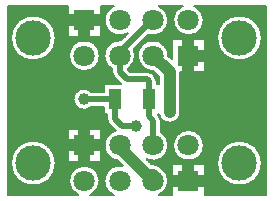
<source format=gbl>
G04 Layer_Physical_Order=2*
G04 Layer_Color=16711680*
%FSLAX24Y24*%
%MOIN*%
G70*
G01*
G75*
%ADD10C,0.0079*%
%ADD11C,0.0197*%
%ADD12C,0.0394*%
%ADD13C,0.0709*%
%ADD14C,0.1181*%
%ADD15R,0.0709X0.0709*%
%ADD16C,0.0394*%
%ADD17R,0.0413X0.0689*%
D10*
X29947Y28425D02*
G03*
X29947Y28425I-748J0D01*
G01*
D02*
G03*
X29947Y28425I-748J0D01*
G01*
X31097Y27362D02*
G03*
X31412Y27835I-197J472D01*
G01*
D02*
G03*
X30703Y27362I-512J0D01*
G01*
X32187Y28335D02*
G03*
X31884Y27362I-106J-501D01*
G01*
X31941Y29508D02*
G03*
X32014Y28508I140J-492D01*
G01*
X31654Y29902D02*
G03*
X31728Y29721I256J0D01*
G01*
X31654Y29902D02*
G03*
X31729Y29720I256J0D01*
G01*
X29947Y32598D02*
G03*
X29947Y32598I-748J0D01*
G01*
D02*
G03*
X29947Y32598I-748J0D01*
G01*
X31131Y30807D02*
G03*
X31131Y30295I-245J-256D01*
G01*
X31825Y31462D02*
G03*
X31900Y31281I256J0D01*
G01*
X31825Y31462D02*
G03*
X31900Y31281I256J0D01*
G01*
X31412Y32008D02*
G03*
X31412Y32008I-512J0D01*
G01*
X32117Y32518D02*
G03*
X31825Y31565I-36J-511D01*
G01*
X32339Y31566D02*
G03*
X32593Y32008I-258J442D01*
G01*
X31884Y33661D02*
G03*
X32356Y32757I197J-472D01*
G01*
X33386Y27362D02*
G03*
X33701Y27835I-197J472D01*
G01*
X33442Y28280D02*
G03*
X33189Y28386I-253J-248D01*
G01*
X33701Y27835D02*
G03*
X33442Y28280I-512J0D01*
G01*
X32973Y28552D02*
G03*
X33701Y29016I216J464D01*
G01*
D02*
G03*
X33445Y29459I-512J0D01*
G01*
Y29843D02*
G03*
X33370Y30023I-256J0D01*
G01*
X33445Y29843D02*
G03*
X33370Y30024I-256J0D01*
G01*
X33393Y30049D02*
G03*
X34094Y30118I348J69D01*
G01*
X33393Y30049D02*
G03*
X34094Y30118I348J69D01*
G01*
X34882Y29016D02*
G03*
X34882Y29016I-512J0D01*
G01*
X36819Y28425D02*
G03*
X36819Y28425I-748J0D01*
G01*
D02*
G03*
X36819Y28425I-748J0D01*
G01*
X33173Y31401D02*
G03*
X32992Y31476I-181J-181D01*
G01*
X33173Y31401D02*
G03*
X32992Y31476I-181J-181D01*
G01*
X33701Y32008D02*
G03*
X33200Y31496I-512J0D01*
G01*
X32593Y32008D02*
G03*
X32546Y32223I-512J0D01*
G01*
X33307Y31161D02*
G03*
X33232Y31342I-256J0D01*
G01*
X33307Y31161D02*
G03*
X33232Y31343I-256J0D01*
G01*
X33026Y32704D02*
G03*
X33701Y33189I163J485D01*
G01*
D02*
G03*
X33386Y33661I-512J0D01*
G01*
X34173D02*
G03*
X34882Y33189I197J-472D01*
G01*
X36819Y32598D02*
G03*
X36819Y32598I-748J0D01*
G01*
D02*
G03*
X36819Y32598I-748J0D01*
G01*
X34882Y33189D02*
G03*
X34567Y33661I-512J0D01*
G01*
X28701Y27362D02*
Y27867D01*
X28819Y27362D02*
Y27781D01*
X28760Y27362D02*
Y27820D01*
X28524Y27362D02*
Y28104D01*
X28465Y27362D02*
Y28285D01*
X28642Y27362D02*
Y27926D01*
X28583Y27362D02*
Y28002D01*
X28346Y27638D02*
X30428D01*
X28346Y27697D02*
X29029D01*
X28346Y27520D02*
X30497D01*
X28346Y27579D02*
X30457D01*
X28878Y27362D02*
Y27750D01*
X28346Y27756D02*
X28865D01*
X28996Y27362D02*
Y27705D01*
X28937Y27362D02*
Y27725D01*
X28346Y28346D02*
X28455D01*
X28346Y28405D02*
X28451D01*
X28346Y28228D02*
X28478D01*
X28346Y28287D02*
X28464D01*
X28346Y28583D02*
X28468D01*
X28346Y28642D02*
X28483D01*
X28346Y28465D02*
X28452D01*
X28346Y28524D02*
X28458D01*
X28346Y27933D02*
X28636D01*
X28346Y27992D02*
X28589D01*
X28346Y27815D02*
X28767D01*
X28346Y27874D02*
X28694D01*
X28346Y28169D02*
X28496D01*
X28346Y28701D02*
X28504D01*
X28346Y28051D02*
X28551D01*
X28346Y28110D02*
X28521D01*
X29114Y27362D02*
Y27682D01*
X29055Y27362D02*
Y27691D01*
X29350Y27362D02*
Y27693D01*
X29232Y27362D02*
Y27678D01*
X29468Y27362D02*
Y27727D01*
X29409Y27362D02*
Y27707D01*
X29587Y27362D02*
Y27785D01*
X29527Y27362D02*
Y27753D01*
X29705Y27362D02*
Y27874D01*
X29646Y27362D02*
Y27825D01*
X30472Y27362D02*
Y27553D01*
X30413Y27362D02*
Y27676D01*
X29823Y27362D02*
Y28012D01*
X29764Y27362D02*
Y27934D01*
X30354Y27362D02*
Y28465D01*
X29882Y27362D02*
Y28119D01*
X29291Y27362D02*
Y27683D01*
X29173Y27362D02*
Y27678D01*
X29632Y27815D02*
X30389D01*
X29705Y27874D02*
X30390D01*
X29930Y28583D02*
X30349D01*
X29915Y28642D02*
X30349D01*
X29941Y27362D02*
Y28328D01*
X29941Y28524D02*
X30349D01*
X29369Y27697D02*
X30407D01*
X29533Y27756D02*
X30394D01*
X29763Y27933D02*
X30398D01*
X29809Y27992D02*
X30413D01*
X29847Y28051D02*
X30436D01*
X29878Y28110D02*
X30469D01*
X30413Y27993D02*
Y28465D01*
X30472Y28116D02*
Y28465D01*
X28346Y28760D02*
X28530D01*
X28346Y28819D02*
X28563D01*
X28583Y28849D02*
Y32175D01*
X28405Y27362D02*
Y33661D01*
X28346Y27362D02*
Y33661D01*
X28465Y28566D02*
Y32458D01*
X28524Y28746D02*
Y32277D01*
X28346Y28878D02*
X28604D01*
X28346Y28937D02*
X28654D01*
X28346Y28996D02*
X28716D01*
X28642Y28924D02*
Y32100D01*
X28701Y28983D02*
Y32041D01*
X28760Y29031D02*
Y31993D01*
X28346Y29055D02*
X28796D01*
X28346Y29114D02*
X28908D01*
X29055Y29159D02*
Y31864D01*
X29114Y29168D02*
Y31855D01*
X28819Y29069D02*
Y31954D01*
X28878Y29101D02*
Y31923D01*
X28937Y29126D02*
Y31898D01*
X28996Y29145D02*
Y31879D01*
X28346Y29291D02*
X30349D01*
X28346Y29350D02*
X30349D01*
X28346Y29173D02*
X29190D01*
X28346Y29232D02*
X30349D01*
X28346Y29409D02*
X30349D01*
X28346Y29468D02*
X30349D01*
X29173Y29173D02*
Y31851D01*
X28346Y29527D02*
X30349D01*
X29823Y28838D02*
Y32185D01*
X29764Y28916D02*
Y32108D01*
X29941Y28523D02*
Y32501D01*
X29882Y28731D02*
Y32293D01*
X30059Y27362D02*
Y33661D01*
X30000Y27362D02*
Y33661D01*
X30177Y27362D02*
Y33661D01*
X30118Y27362D02*
Y33661D01*
X29835Y28819D02*
X30349D01*
X29795Y28878D02*
X30349D01*
X29895Y28701D02*
X30349D01*
X29868Y28760D02*
X30349D01*
X30236Y27362D02*
Y33661D01*
X29745Y28937D02*
X30349D01*
X30295Y27362D02*
Y33661D01*
X30349Y28465D02*
Y29567D01*
X29291Y29168D02*
Y31856D01*
X29232Y29172D02*
Y31851D01*
X29409Y29143D02*
Y31881D01*
X29350Y29158D02*
Y31866D01*
X29527Y29097D02*
Y31926D01*
X29468Y29123D02*
Y31901D01*
X29646Y29025D02*
Y31998D01*
X29587Y29065D02*
Y31958D01*
X29491Y29114D02*
X30349D01*
X29209Y29173D02*
X30349D01*
X29683Y28996D02*
X30349D01*
X29603Y29055D02*
X30349D01*
X29705Y28977D02*
Y32047D01*
X30354Y29567D02*
Y32638D01*
X30472Y29567D02*
Y31727D01*
X30413Y29567D02*
Y31849D01*
X28346Y27461D02*
X30551D01*
X30590Y27362D02*
Y27427D01*
X30531Y27362D02*
Y27480D01*
X29902Y28169D02*
X30513D01*
X29921Y28228D02*
X30573D01*
X30531Y28190D02*
Y28465D01*
X30590Y28242D02*
Y28465D01*
X28346Y27362D02*
X30703D01*
X28346Y27402D02*
X30627D01*
X31097Y27362D02*
X31884D01*
X31173Y27402D02*
X31808D01*
X31181Y27362D02*
Y27407D01*
Y28262D02*
Y28465D01*
X29934Y28287D02*
X30661D01*
X29943Y28346D02*
X30892D01*
X30650Y28281D02*
Y28465D01*
X30709Y28309D02*
Y28465D01*
X30768Y28329D02*
Y28465D01*
X30827Y28341D02*
Y28465D01*
X30945Y28344D02*
Y28465D01*
X30886Y28346D02*
Y28465D01*
X29947Y28405D02*
X32117D01*
X29946Y28465D02*
X32058D01*
X31139Y28287D02*
X31842D01*
X30908Y28346D02*
X32073D01*
X31004Y28336D02*
Y28465D01*
X30349D02*
X31451D01*
X31122Y28296D02*
Y28465D01*
X31063Y28320D02*
Y28465D01*
X31299Y27362D02*
Y27514D01*
X31240Y27362D02*
Y27452D01*
X31594Y27362D02*
Y27676D01*
X31358Y27362D02*
Y27607D01*
X31393Y27697D02*
X31588D01*
X31406Y27756D02*
X31575D01*
X31417Y27362D02*
Y28465D01*
X31411Y27815D02*
X31570D01*
X31249Y27461D02*
X31732D01*
X31303Y27520D02*
X31678D01*
X31772Y27362D02*
Y27427D01*
X31713Y27362D02*
Y27480D01*
X31343Y27579D02*
X31638D01*
X31372Y27638D02*
X31609D01*
X31653Y27362D02*
Y27553D01*
X31387Y27992D02*
X31594D01*
X31364Y28051D02*
X31617D01*
X31410Y27874D02*
X31571D01*
X31402Y27933D02*
X31579D01*
X31299Y28155D02*
Y28465D01*
X31240Y28217D02*
Y28465D01*
X31358Y28063D02*
Y28465D01*
X31331Y28110D02*
X31650D01*
X31287Y28169D02*
X31694D01*
X31227Y28228D02*
X31754D01*
X32126Y28344D02*
Y28397D01*
X32089Y28346D02*
X32176D01*
X31949Y28329D02*
Y28521D01*
X32008Y28341D02*
Y28509D01*
X32014Y28508D02*
X32187Y28335D01*
X32067Y28346D02*
Y28456D01*
X30768Y29567D02*
Y30217D01*
X30590Y29567D02*
Y30355D01*
X30531Y29567D02*
Y30550D01*
X30709Y29567D02*
Y30244D01*
X30650Y29567D02*
Y30287D01*
X31451Y29173D02*
X31594D01*
X31451Y29055D02*
X31571D01*
X31451Y29114D02*
X31579D01*
X30349Y29567D02*
X31451D01*
Y29232D02*
X31617D01*
X31451Y29291D02*
X31650D01*
X30886Y29567D02*
Y30197D01*
X30827Y29567D02*
Y30202D01*
X31004Y29567D02*
Y30217D01*
X30945Y29567D02*
Y30202D01*
X31122Y29567D02*
Y30287D01*
X31063Y29567D02*
Y30244D01*
X31240Y29567D02*
Y30295D01*
X31181Y29567D02*
Y30295D01*
X28346Y29705D02*
X31744D01*
X28346Y29764D02*
X31694D01*
X28346Y29587D02*
X31863D01*
X28346Y29646D02*
X31804D01*
X31299Y29567D02*
Y30295D01*
X28346Y29823D02*
X31666D01*
X31417Y29567D02*
Y30295D01*
X31358Y29567D02*
Y30295D01*
X31451Y28701D02*
X31678D01*
X31451Y28760D02*
X31638D01*
X31653Y28116D02*
Y28735D01*
X31451Y28819D02*
X31609D01*
X31476Y27362D02*
Y30295D01*
X31451Y28465D02*
Y29567D01*
X31535Y27362D02*
Y30295D01*
X31594Y27993D02*
Y28857D01*
X31451Y28524D02*
X31941D01*
X31451Y28583D02*
X31808D01*
X31831Y28281D02*
Y28569D01*
X31890Y28309D02*
Y28541D01*
X31451Y28642D02*
X31732D01*
X31713Y28190D02*
Y28661D01*
X31772Y28242D02*
Y28608D01*
X31451Y28996D02*
X31570D01*
X31451Y29350D02*
X31694D01*
X31451Y28878D02*
X31588D01*
X31451Y28937D02*
X31575D01*
X31594Y29174D02*
Y30049D01*
X31653Y29297D02*
Y30049D01*
X31713Y29371D02*
Y29738D01*
X31451Y29409D02*
X31754D01*
X31451Y29468D02*
X31842D01*
X31890Y29490D02*
Y29559D01*
X31451Y29527D02*
X31922D01*
X31729Y29720D02*
X31941Y29508D01*
X31772Y29423D02*
Y29678D01*
X31831Y29462D02*
Y29618D01*
X28346Y30531D02*
X30532D01*
X28346Y30413D02*
X30559D01*
X28346Y30472D02*
X30540D01*
X28346Y30709D02*
X30568D01*
X28346Y31653D02*
X30531D01*
X28346Y30590D02*
X30534D01*
X28346Y30650D02*
X30545D01*
X28346Y30354D02*
X30591D01*
X28346Y30768D02*
X30605D01*
X28346Y30236D02*
X30724D01*
X28346Y30295D02*
X30641D01*
X28346Y31535D02*
X30703D01*
X28346Y31594D02*
X30598D01*
X28346Y30827D02*
X30663D01*
X28346Y30886D02*
X30769D01*
X28346Y32303D02*
X28512D01*
X28346Y32362D02*
X28489D01*
X28346Y32185D02*
X28576D01*
X28346Y32244D02*
X28540D01*
X28346Y32539D02*
X28454D01*
X28346Y32598D02*
X28451D01*
X28346Y32421D02*
X28472D01*
X28346Y32480D02*
X28461D01*
X28346Y31831D02*
X30420D01*
X28346Y31890D02*
X28960D01*
X28346Y31713D02*
X30482D01*
X28346Y31772D02*
X30446D01*
X28346Y32067D02*
X28673D01*
X28346Y32126D02*
X28619D01*
X28346Y31949D02*
X28828D01*
X28346Y32008D02*
X28740D01*
X29439Y31890D02*
X30402D01*
X29570Y31949D02*
X30392D01*
X30531Y30552D02*
Y31653D01*
X30590Y30747D02*
Y31600D01*
X29658Y32008D02*
X30388D01*
X29726Y32067D02*
X30392D01*
X29779Y32126D02*
X30402D01*
X30413Y32166D02*
Y32638D01*
X30827Y30901D02*
Y31501D01*
X30886Y30906D02*
Y31496D01*
X31004Y30885D02*
Y31507D01*
X30945Y30901D02*
Y31498D01*
X30650Y30815D02*
Y31562D01*
X30709Y30858D02*
Y31533D01*
X31063Y30858D02*
Y31523D01*
X30768Y30885D02*
Y31513D01*
X29823Y32185D02*
X30420D01*
X29858Y32244D02*
X30446D01*
X29886Y32303D02*
X30482D01*
X29909Y32362D02*
X30531D01*
X30531Y32363D02*
Y32638D01*
X29926Y32421D02*
X30598D01*
X30590Y32415D02*
Y32638D01*
X30650Y32454D02*
Y32638D01*
X29938Y32480D02*
X30703D01*
X30709Y32483D02*
Y32638D01*
X30768Y32502D02*
Y32638D01*
X30827Y32514D02*
Y32638D01*
X30945Y32518D02*
Y32638D01*
X30886Y32519D02*
Y32638D01*
X31063Y32493D02*
Y32638D01*
X31004Y32509D02*
Y32638D01*
X28346Y32776D02*
X28472D01*
X28346Y32657D02*
X28454D01*
X28346Y32716D02*
X28461D01*
X28346Y32835D02*
X28489D01*
X28346Y32894D02*
X28512D01*
X28465Y32739D02*
Y33661D01*
X28524Y32919D02*
Y33661D01*
X28346Y33071D02*
X28619D01*
X28346Y33130D02*
X28673D01*
X28346Y32953D02*
X28540D01*
X28346Y33012D02*
X28576D01*
X28583Y33022D02*
Y33661D01*
X28642Y33097D02*
Y33661D01*
X28346Y33189D02*
X28740D01*
X28346Y33248D02*
X28828D01*
X28760Y33204D02*
Y33661D01*
X28346Y33307D02*
X28960D01*
X28701Y33156D02*
Y33661D01*
X28819Y33243D02*
Y33661D01*
X28878Y33274D02*
Y33661D01*
X28937Y33299D02*
Y33661D01*
X28346Y33484D02*
X30349D01*
X28346Y33543D02*
X30349D01*
X28346Y33366D02*
X30349D01*
X28346Y33425D02*
X30349D01*
X28346Y33602D02*
X30349D01*
X28346Y33661D02*
X30349D01*
X28996Y33318D02*
Y33661D01*
X28346D02*
X30349D01*
X29926Y32776D02*
X30349D01*
X29823Y33012D02*
Y33661D01*
X29945Y32657D02*
X30349D01*
X29938Y32716D02*
X30349D01*
X29882Y32904D02*
Y33661D01*
X29764Y33089D02*
Y33661D01*
X30349Y32638D02*
Y33661D01*
X29941Y32696D02*
Y33661D01*
X29887Y32894D02*
X30349D01*
X29858Y32953D02*
X30349D01*
X30472Y32289D02*
Y32638D01*
X29909Y32835D02*
X30349D01*
X29823Y33012D02*
X30349D01*
X29779Y33071D02*
X30349D01*
X29350Y33331D02*
Y33661D01*
X29291Y33341D02*
Y33661D01*
X29468Y33296D02*
Y33661D01*
X29409Y33316D02*
Y33661D01*
X29055Y33332D02*
Y33661D01*
X29114Y33342D02*
Y33661D01*
X29232Y33346D02*
Y33661D01*
X29173Y33346D02*
Y33661D01*
X29570Y33248D02*
X30349D01*
X29439Y33307D02*
X30349D01*
X29726Y33130D02*
X30349D01*
X29658Y33189D02*
X30349D01*
X29587Y33238D02*
Y33661D01*
X29527Y33271D02*
Y33661D01*
X29705Y33150D02*
Y33661D01*
X29646Y33199D02*
Y33661D01*
X28346Y30059D02*
X31545D01*
X28346Y30177D02*
X31545D01*
X31181Y30807D02*
Y31580D01*
X31122Y30815D02*
Y31547D01*
X31299Y30807D02*
Y31688D01*
X31240Y30807D02*
Y31625D01*
X28346Y30000D02*
X31654D01*
X28346Y30118D02*
X31545D01*
X28346Y29882D02*
X31654D01*
X28346Y29941D02*
X31654D01*
X31048Y30236D02*
X31545D01*
X31131Y30295D02*
X31545D01*
X31131Y30295D02*
X31545D01*
X31131Y30807D02*
X31545D01*
X28346Y30945D02*
X31545D01*
X28346Y31004D02*
X31545D01*
X31109Y30827D02*
X31545D01*
X31002Y30886D02*
X31545D01*
X31097Y31535D02*
X31825D01*
X31202Y31594D02*
X31779D01*
X31269Y31653D02*
X31712D01*
X31318Y31713D02*
X31663D01*
X28346Y31181D02*
X32000D01*
X28346Y31240D02*
X31941D01*
X28346Y31063D02*
X32118D01*
X28346Y31122D02*
X32059D01*
X28346Y31417D02*
X31829D01*
X28346Y31476D02*
X31825D01*
X28346Y31299D02*
X31884D01*
X28346Y31358D02*
X31847D01*
X31545Y30049D02*
Y30295D01*
Y30807D02*
Y31053D01*
X31654Y29902D02*
Y30049D01*
X31545D02*
X31654D01*
X31358Y30807D02*
Y31780D01*
X31594Y31053D02*
Y31849D01*
X31713Y31053D02*
Y31653D01*
X31653Y31053D02*
Y31727D01*
X31949Y31053D02*
Y31233D01*
X31545Y31053D02*
X32128D01*
X32067D02*
Y31115D01*
X32008Y31053D02*
Y31174D01*
X31831Y31053D02*
Y31410D01*
X31772Y31053D02*
Y31600D01*
X31900Y31281D02*
X32128Y31053D01*
X31890D02*
Y31292D01*
X31825Y31462D02*
Y31565D01*
X32362Y31543D02*
Y31580D01*
X31354Y31772D02*
X31627D01*
X31380Y31831D02*
X31601D01*
X32421Y31484D02*
Y31625D01*
X31398Y31890D02*
X31583D01*
X32339Y31566D02*
X32429Y31476D01*
X32370Y31535D02*
X32992D01*
X32429Y31476D02*
X32992D01*
X32383Y31594D02*
X32887D01*
X32480Y31476D02*
Y31688D01*
X32450Y31653D02*
X32820D01*
X32499Y31713D02*
X32771D01*
X32535Y31772D02*
X32735D01*
X31181Y32436D02*
Y32638D01*
X31412Y32008D02*
X31569D01*
X31240Y32390D02*
Y32638D01*
X31299Y32328D02*
Y32638D01*
X31122Y32469D02*
Y32638D01*
X31417Y30807D02*
Y32638D01*
X31358Y32236D02*
Y32638D01*
X31398Y32126D02*
X31583D01*
X31380Y32185D02*
X31601D01*
X31408Y31949D02*
X31573D01*
X31408Y32067D02*
X31573D01*
X31269Y32362D02*
X31712D01*
X31202Y32421D02*
X31779D01*
X31354Y32244D02*
X31627D01*
X31318Y32303D02*
X31663D01*
X30349Y32638D02*
X31451D01*
Y32894D02*
X31663D01*
X31451Y33307D02*
X31583D01*
X31451Y33484D02*
X31663D01*
X31451Y33543D02*
X31712D01*
X31451Y33366D02*
X31601D01*
X31451Y33425D02*
X31627D01*
X29945Y32539D02*
X32138D01*
X29947Y32598D02*
X32197D01*
X31097Y32480D02*
X31884D01*
X31451Y32657D02*
X32256D01*
X31451Y32835D02*
X31712D01*
X31451Y33661D02*
X31884D01*
X31451Y32716D02*
X31884D01*
X31451Y32776D02*
X31779D01*
X31713Y32363D02*
Y32834D01*
X31772Y32415D02*
Y32781D01*
X31831Y32454D02*
Y32743D01*
X31890Y32483D02*
Y32714D01*
X31535Y30807D02*
Y33661D01*
X31476Y30807D02*
Y33661D01*
X31594Y32166D02*
Y33031D01*
X31653Y32289D02*
Y32908D01*
X32067Y32519D02*
Y32677D01*
X32126Y32527D02*
Y32679D01*
X31949Y32502D02*
Y32695D01*
X32008Y32514D02*
Y32682D01*
X32117Y32518D02*
X32356Y32757D01*
X32185Y32586D02*
Y32688D01*
X31451Y33071D02*
X31583D01*
X31451Y33130D02*
X31573D01*
X31451Y32953D02*
X31627D01*
X31451Y33012D02*
X31601D01*
X31451Y33189D02*
X31569D01*
X31451Y33248D02*
X31573D01*
X31451Y32638D02*
Y33661D01*
X31594Y33347D02*
Y33661D01*
X31451Y33602D02*
X31779D01*
X31451Y33661D02*
X31884D01*
X32244Y32645D02*
Y32704D01*
X32278Y32716D02*
X32315D01*
X31653Y33470D02*
Y33661D01*
X31713Y33544D02*
Y33661D01*
X31772Y33597D02*
Y33661D01*
X33543Y27362D02*
Y27465D01*
X33484Y27362D02*
Y27417D01*
X33425Y28296D02*
Y28562D01*
X33543Y28204D02*
Y28646D01*
X33484Y28253D02*
Y28598D01*
X33386Y27362D02*
X33819D01*
X33462Y27402D02*
X33819D01*
X33538Y27461D02*
X33819D01*
X33592Y27520D02*
X33819D01*
X33434Y28287D02*
X33819D01*
X33576Y28169D02*
X33819D01*
X33516Y28228D02*
X33819D01*
X33139Y28386D02*
X33189D01*
X33130Y28395D02*
Y28507D01*
X33248Y28381D02*
Y28507D01*
X33189Y28386D02*
Y28504D01*
X32973Y28552D02*
X33139Y28386D01*
X33001Y28524D02*
X33049D01*
X33307Y28366D02*
Y28518D01*
X33071Y28454D02*
Y28518D01*
X33119Y28405D02*
X35323D01*
X33060Y28465D02*
X35324D01*
X33351Y28346D02*
X33819D01*
X33329Y28524D02*
X34230D01*
X33366Y28338D02*
Y28536D01*
X33462Y28583D02*
X34097D01*
X33538Y28642D02*
X34021D01*
X33592Y28701D02*
X33967D01*
X33602Y27362D02*
Y27533D01*
X33632Y27579D02*
X33819D01*
X33661Y27362D02*
Y27638D01*
X33661Y27638D02*
X33819D01*
X33682Y27697D02*
X33819D01*
X33676Y27992D02*
X33819D01*
Y27362D02*
Y28386D01*
X33691Y27933D02*
X33819D01*
X33695Y27756D02*
X33819D01*
X33699Y27874D02*
X33819D01*
X33700Y27815D02*
X33819D01*
X33653Y28051D02*
X33819D01*
X34921Y27362D02*
Y28386D01*
X33620Y28110D02*
X33819D01*
X34252Y28386D02*
Y28518D01*
X34370Y28386D02*
Y28504D01*
X34311Y28386D02*
Y28507D01*
X34075Y28386D02*
Y28598D01*
X34016Y28386D02*
Y28646D01*
X34193Y28386D02*
Y28536D01*
X34134Y28386D02*
Y28562D01*
X34429Y28386D02*
Y28507D01*
X33819Y28386D02*
X34921D01*
X34547D02*
Y28536D01*
X34488Y28386D02*
Y28518D01*
X34665Y28386D02*
Y28598D01*
X34606Y28386D02*
Y28562D01*
X34783Y28386D02*
Y28714D01*
X34724Y28386D02*
Y28646D01*
X33602Y28137D02*
Y28714D01*
X33661Y28032D02*
Y28819D01*
X33700Y28996D02*
X33859D01*
X33699Y29055D02*
X33860D01*
X33661Y29213D02*
Y29773D01*
X33632Y28760D02*
X33927D01*
X33661Y28819D02*
X33898D01*
X33682Y28878D02*
X33877D01*
X33695Y28937D02*
X33864D01*
X33653Y29232D02*
X33906D01*
X33620Y29291D02*
X33939D01*
X33691Y29114D02*
X33868D01*
X33676Y29173D02*
X33883D01*
X33445Y29459D02*
Y29843D01*
X33442Y29882D02*
X33476D01*
X33543Y29385D02*
Y29824D01*
X33484Y29434D02*
Y29873D01*
X33344Y30049D02*
X33370Y30024D01*
X33344Y30049D02*
X33393D01*
X33445Y29468D02*
X34131D01*
X33445Y29527D02*
X34362D01*
X33576Y29350D02*
X33983D01*
X33516Y29409D02*
X34043D01*
X33602Y29318D02*
Y29792D01*
X33445Y29823D02*
X33544D01*
X33898Y28386D02*
Y28819D01*
X34842Y28386D02*
Y28819D01*
X33957Y28386D02*
Y28714D01*
X33779Y27362D02*
Y29766D01*
X33720Y27362D02*
Y29764D01*
X33839Y28386D02*
Y29778D01*
X33898Y29212D02*
Y29801D01*
X34961Y27362D02*
Y33661D01*
X34902Y28386D02*
Y31457D01*
X35079Y27362D02*
Y33661D01*
X35020Y27362D02*
Y33661D01*
X35197Y27362D02*
Y33661D01*
X35138Y27362D02*
Y33661D01*
X35315Y27362D02*
Y33661D01*
X35256Y27362D02*
Y33661D01*
X33957Y29317D02*
Y29838D01*
X34016Y29385D02*
Y29895D01*
X34075Y29434D02*
Y30001D01*
X34134Y29470D02*
Y31457D01*
X34193Y29496D02*
Y31457D01*
X34252Y29514D02*
Y31457D01*
X34311Y29524D02*
Y31457D01*
X34370Y29528D02*
Y31457D01*
X34724Y29385D02*
Y31457D01*
X34665Y29434D02*
Y31457D01*
X34842Y29213D02*
Y31457D01*
X34783Y29318D02*
Y31457D01*
X34488Y29514D02*
Y31457D01*
X34429Y29524D02*
Y31457D01*
X34606Y29470D02*
Y31457D01*
X34547Y29496D02*
Y31457D01*
X35610Y27362D02*
Y27836D01*
X35728Y27362D02*
Y27760D01*
X35669Y27362D02*
Y27794D01*
X35433Y27362D02*
Y28034D01*
X35374Y27362D02*
Y28153D01*
X35551Y27362D02*
Y27887D01*
X35492Y27362D02*
Y27951D01*
X34921Y27461D02*
X36969D01*
X34921Y27520D02*
X36969D01*
X34921Y27362D02*
X36969D01*
X34921Y27402D02*
X36969D01*
X35787Y27362D02*
Y27733D01*
X34921Y27579D02*
X36969D01*
X35905Y27362D02*
Y27696D01*
X35846Y27362D02*
Y27712D01*
X34921Y28228D02*
X35349D01*
X34921Y28287D02*
X35336D01*
X34921Y28110D02*
X35392D01*
X34921Y28169D02*
X35368D01*
X34510Y28524D02*
X35329D01*
X34643Y28583D02*
X35340D01*
X34921Y28346D02*
X35327D01*
X34719Y28642D02*
X35355D01*
X34921Y27756D02*
X35737D01*
X34921Y27815D02*
X35638D01*
X34921Y27638D02*
X36969D01*
X34921Y27697D02*
X35901D01*
X34921Y27992D02*
X35461D01*
X34921Y28051D02*
X35423D01*
X34921Y27874D02*
X35565D01*
X34921Y27933D02*
X35508D01*
X36024Y27362D02*
Y27679D01*
X35965Y27362D02*
Y27685D01*
X36142Y27362D02*
Y27681D01*
X36083Y27362D02*
Y27677D01*
X36260Y27362D02*
Y27701D01*
X36201Y27362D02*
Y27689D01*
X36378Y27362D02*
Y27743D01*
X36319Y27362D02*
Y27719D01*
X36437Y27362D02*
Y27773D01*
X36241Y27697D02*
X36969D01*
X36555Y27362D02*
Y27855D01*
X36496Y27362D02*
Y27810D01*
X36673Y27362D02*
Y27982D01*
X36614Y27362D02*
Y27911D01*
X36791Y27362D02*
Y28224D01*
X36732Y27362D02*
Y28076D01*
X36793Y28228D02*
X36969D01*
X36806Y28287D02*
X36969D01*
X36815Y28346D02*
X36969D01*
X36819Y28405D02*
X36969D01*
X36802Y28583D02*
X36969D01*
X36787Y28642D02*
X36969D01*
X36818Y28465D02*
X36969D01*
X36812Y28524D02*
X36969D01*
X36405Y27756D02*
X36969D01*
X36503Y27815D02*
X36969D01*
X36577Y27874D02*
X36969D01*
X36634Y27933D02*
X36969D01*
X36681Y27992D02*
X36969D01*
X36719Y28051D02*
X36969D01*
X36749Y28110D02*
X36969D01*
X36774Y28169D02*
X36969D01*
X34773Y28701D02*
X35375D01*
X34813Y28760D02*
X35402D01*
X34843Y28819D02*
X35435D01*
X34863Y28878D02*
X35475D01*
X35374Y28697D02*
Y32327D01*
X34876Y28937D02*
X35525D01*
X35433Y28816D02*
Y32208D01*
X35492Y28899D02*
Y32125D01*
X34880Y29055D02*
X35667D01*
X34872Y29114D02*
X35779D01*
X34882Y28996D02*
X35587D01*
X35551Y28963D02*
Y32060D01*
X35610Y29015D02*
Y32009D01*
X35669Y29056D02*
Y31967D01*
X34801Y29291D02*
X36969D01*
X34757Y29350D02*
X36969D01*
X34857Y29173D02*
X36062D01*
X34834Y29232D02*
X36969D01*
X34378Y29527D02*
X36969D01*
X33445Y29587D02*
X36969D01*
X34697Y29409D02*
X36969D01*
X34609Y29468D02*
X36969D01*
X33445Y29646D02*
X36969D01*
X33445Y29705D02*
X36969D01*
X33445Y29764D02*
X36969D01*
X33936Y29823D02*
X36969D01*
X34004Y29882D02*
X36969D01*
X34047Y29941D02*
X36969D01*
X34074Y30000D02*
X36969D01*
X34090Y30059D02*
X36969D01*
X36555Y28995D02*
Y32028D01*
X36496Y29041D02*
Y31983D01*
X36673Y28869D02*
Y32155D01*
X36614Y28939D02*
Y32084D01*
X36791Y28627D02*
Y32397D01*
X36732Y28775D02*
Y32249D01*
X36909Y27362D02*
Y33661D01*
X36850Y27362D02*
Y33661D01*
X36707Y28819D02*
X36969D01*
X36666Y28878D02*
X36969D01*
X36766Y28701D02*
X36969D01*
X36740Y28760D02*
X36969D01*
X36616Y28937D02*
X36969D01*
X36554Y28996D02*
X36969D01*
Y27362D02*
Y33661D01*
X36968Y27362D02*
Y33661D01*
X35965Y29166D02*
Y31858D01*
X36024Y29172D02*
Y31852D01*
X36142Y29170D02*
Y31854D01*
X36083Y29173D02*
Y31850D01*
X35728Y29090D02*
Y31933D01*
X35787Y29117D02*
Y31906D01*
X35846Y29139D02*
Y31885D01*
X35905Y29155D02*
Y31869D01*
X36201Y29162D02*
Y31862D01*
X36080Y29173D02*
X36969D01*
X36474Y29055D02*
X36969D01*
X36362Y29114D02*
X36969D01*
X36319Y29131D02*
Y31893D01*
X36260Y29149D02*
Y31875D01*
X36437Y29078D02*
Y31946D01*
X36378Y29107D02*
Y31916D01*
X32539Y31476D02*
Y31780D01*
X32835Y31476D02*
Y31639D01*
X32776Y31476D02*
Y31706D01*
X32598Y31476D02*
Y32276D01*
X32561Y31831D02*
X32709D01*
X32716Y31476D02*
Y31811D01*
X32657Y31476D02*
Y32335D01*
X33071Y31464D02*
Y31510D01*
X32998Y31476D02*
X33219D01*
X32894Y31476D02*
Y31590D01*
X33012Y31476D02*
Y31528D01*
X32953Y31476D02*
Y31554D01*
X32579Y31890D02*
X32691D01*
X32589Y31949D02*
X32681D01*
X32593Y32008D02*
X32677D01*
X32589Y32067D02*
X32681D01*
X32561Y32185D02*
X32709D01*
X32579Y32126D02*
X32691D01*
X32716Y32205D02*
Y32394D01*
X32567Y32244D02*
X32735D01*
X32626Y32303D02*
X32771D01*
X32685Y32362D02*
X32820D01*
X32744Y32421D02*
X32887D01*
X32776Y32310D02*
Y32453D01*
X32803Y32480D02*
X32992D01*
X32835Y32377D02*
Y32512D01*
X32862Y32539D02*
X33819D01*
X33307Y31053D02*
X33386D01*
X33307Y31063D02*
X33386D01*
X33366Y31053D02*
Y31330D01*
X33307Y31053D02*
Y31161D01*
X33307Y31167D02*
Y31389D01*
X33248Y31325D02*
Y31448D01*
X33295Y31240D02*
X33386D01*
X33267Y31299D02*
X33386D01*
X33307Y31122D02*
X33386D01*
X33306Y31181D02*
X33386D01*
Y31053D02*
Y31310D01*
X33200Y31496D02*
X33386Y31310D01*
X34094Y30119D02*
Y31457D01*
X33173Y31401D02*
X33232Y31343D01*
X33156Y31417D02*
X33278D01*
X33216Y31358D02*
X33338D01*
X33189Y31386D02*
Y31496D01*
X33130Y31436D02*
Y31499D01*
X33701Y31997D02*
X33819Y31879D01*
X33749Y31949D02*
X33819D01*
X33701Y32008D02*
X33819D01*
X33669Y32185D02*
X33819D01*
X33643Y32244D02*
X33819D01*
X33697Y32067D02*
X33819D01*
X33687Y32126D02*
X33819D01*
X33491Y32421D02*
X33819D01*
X33386Y32480D02*
X33819D01*
X33607Y32303D02*
X33819D01*
X33558Y32362D02*
X33819D01*
X32894Y32426D02*
Y32571D01*
X32953Y32462D02*
Y32630D01*
X33189Y32520D02*
Y32677D01*
X32546Y32223D02*
X33026Y32704D01*
X33012Y32488D02*
Y32689D01*
X33071Y32506D02*
Y32691D01*
X33130Y32516D02*
Y32681D01*
X33307Y32506D02*
Y32691D01*
X33248Y32516D02*
Y32681D01*
X33425Y32462D02*
Y32735D01*
X33366Y32488D02*
Y32709D01*
X33484Y32426D02*
Y32771D01*
X33602Y32310D02*
Y32887D01*
X33543Y32377D02*
Y32820D01*
X33607Y33484D02*
X33952D01*
X33543Y33558D02*
Y33661D01*
X33643Y32953D02*
X33916D01*
X33643Y33425D02*
X33916D01*
X33484Y33607D02*
Y33661D01*
X33661Y33386D02*
Y33661D01*
X33602Y33491D02*
Y33661D01*
X33386Y32716D02*
X34173D01*
X33491Y32776D02*
X34068D01*
X33558Y32835D02*
X34001D01*
X33607Y32894D02*
X33952D01*
X33386Y33661D02*
X34173D01*
X33386Y33661D02*
X34173D01*
X33558Y33543D02*
X34001D01*
X33491Y33602D02*
X34068D01*
X33819Y31879D02*
Y32559D01*
X33661Y32205D02*
Y32992D01*
X34016Y32559D02*
Y32820D01*
X33957Y32559D02*
Y32887D01*
X33779Y31918D02*
Y33661D01*
X33720Y31978D02*
Y33661D01*
X33898Y32559D02*
Y32992D01*
X33839Y32559D02*
Y33661D01*
X34370Y32559D02*
Y32677D01*
X34488Y32559D02*
Y32691D01*
X34429Y32559D02*
Y32681D01*
X34134Y32559D02*
Y32735D01*
X34075Y32559D02*
Y32771D01*
X34665Y32559D02*
Y32771D01*
X34606Y32559D02*
Y32735D01*
X33669Y33012D02*
X33890D01*
X33687Y33071D02*
X33872D01*
X33697Y33130D02*
X33862D01*
X33701Y33189D02*
X33858D01*
X33687Y33307D02*
X33872D01*
X33669Y33366D02*
X33890D01*
X33697Y33248D02*
X33862D01*
X33898Y33386D02*
Y33661D01*
X34252Y32559D02*
Y32691D01*
X34193Y32559D02*
Y32709D01*
X34547Y32559D02*
Y32709D01*
X34311Y32559D02*
Y32681D01*
X33957Y33491D02*
Y33661D01*
X34016Y33558D02*
Y33661D01*
X34075Y33607D02*
Y33661D01*
X34665Y33607D02*
Y33661D01*
X34094Y30709D02*
X36969D01*
X34094Y30590D02*
X36969D01*
X34094Y30650D02*
X36969D01*
X34094Y30886D02*
X36969D01*
X34094Y30945D02*
X36969D01*
X34094Y30768D02*
X36969D01*
X34094Y30827D02*
X36969D01*
X34094Y30236D02*
X36969D01*
X34094Y30295D02*
X36969D01*
X34094Y30118D02*
X36969D01*
X34094Y30177D02*
X36969D01*
X34094Y30472D02*
X36969D01*
X34094Y30531D02*
X36969D01*
X34094Y30354D02*
X36969D01*
X34094Y30413D02*
X36969D01*
X34094Y31240D02*
X36969D01*
X34094Y31457D02*
X34921D01*
X34094Y31004D02*
X36969D01*
X34094Y31181D02*
X36969D01*
X32921Y32598D02*
X35323D01*
X32980Y32657D02*
X35325D01*
X33819Y32559D02*
X34921D01*
X34094Y31299D02*
X36969D01*
X34094Y31358D02*
X36969D01*
X34094Y31063D02*
X36969D01*
X34094Y31122D02*
X36969D01*
X34094Y31417D02*
X36969D01*
X34921Y31594D02*
X36969D01*
X34921Y31653D02*
X36969D01*
X34921Y31713D02*
X36969D01*
X34921Y31890D02*
X35832D01*
X34921Y31949D02*
X35700D01*
X34921Y31772D02*
X36969D01*
X34921Y31831D02*
X36969D01*
X34921Y31457D02*
Y32559D01*
Y32126D02*
X35491D01*
X34921Y32008D02*
X35612D01*
X34921Y32067D02*
X35545D01*
X34921Y31476D02*
X36969D01*
X34921Y31535D02*
X36969D01*
X36310Y31890D02*
X36969D01*
X36442Y31949D02*
X36969D01*
X36530Y32008D02*
X36969D01*
X36597Y32067D02*
X36969D01*
X36651Y32126D02*
X36969D01*
X36694Y32185D02*
X36969D01*
X34921Y32303D02*
X35384D01*
X34921Y32362D02*
X35361D01*
X34921Y32185D02*
X35447D01*
X34921Y32244D02*
X35412D01*
X34921Y32480D02*
X35332D01*
X34921Y32539D02*
X35325D01*
X36781Y32362D02*
X36969D01*
X34921Y32421D02*
X35344D01*
X36730Y32244D02*
X36969D01*
X36758Y32303D02*
X36969D01*
X36798Y32421D02*
X36969D01*
X36809Y32480D02*
X36969D01*
X36817Y32539D02*
X36969D01*
X36810Y32716D02*
X36969D01*
X36819Y32598D02*
X36969D01*
X36817Y32657D02*
X36969D01*
X34567Y32716D02*
X35332D01*
X34672Y32776D02*
X35344D01*
X34724Y32559D02*
Y32820D01*
X34739Y32835D02*
X35361D01*
X34783Y32559D02*
Y32887D01*
X34902Y32559D02*
Y33661D01*
X34842Y32559D02*
Y32992D01*
X34788Y32894D02*
X35384D01*
X34824Y32953D02*
X35412D01*
X34850Y33012D02*
X35447D01*
X34868Y33071D02*
X35491D01*
X35374Y32870D02*
Y33661D01*
X35433Y32989D02*
Y33661D01*
X34878Y33130D02*
X35544D01*
X34783Y33491D02*
Y33661D01*
X34882Y33189D02*
X35612D01*
X34878Y33248D02*
X35700D01*
X34724Y33558D02*
Y33661D01*
X35492Y33072D02*
Y33661D01*
X34842Y33386D02*
Y33661D01*
X34824Y33425D02*
X36969D01*
X34788Y33484D02*
X36969D01*
X34868Y33307D02*
X35831D01*
X34850Y33366D02*
X36969D01*
X34567Y33661D02*
X36969D01*
X34567Y33661D02*
X36969D01*
X34739Y33543D02*
X36969D01*
X34672Y33602D02*
X36969D01*
X36673Y33042D02*
Y33661D01*
X36614Y33113D02*
Y33661D01*
X36791Y32800D02*
Y33661D01*
X36732Y32948D02*
Y33661D01*
X35551Y33136D02*
Y33661D01*
X35610Y33188D02*
Y33661D01*
X36555Y33169D02*
Y33661D01*
X36496Y33214D02*
Y33661D01*
X36758Y32894D02*
X36969D01*
X36730Y32953D02*
X36969D01*
X36798Y32776D02*
X36969D01*
X36781Y32835D02*
X36969D01*
X36597Y33130D02*
X36969D01*
X36530Y33189D02*
X36969D01*
X36694Y33012D02*
X36969D01*
X36651Y33071D02*
X36969D01*
X35905Y33328D02*
Y33661D01*
X35965Y33339D02*
Y33661D01*
X36024Y33345D02*
Y33661D01*
X36083Y33346D02*
Y33661D01*
X35669Y33229D02*
Y33661D01*
X35728Y33263D02*
Y33661D01*
X35787Y33291D02*
Y33661D01*
X35846Y33312D02*
Y33661D01*
X36378Y33281D02*
Y33661D01*
X36311Y33307D02*
X36969D01*
X36442Y33248D02*
X36969D01*
X36437Y33251D02*
Y33661D01*
X36201Y33335D02*
Y33661D01*
X36142Y33343D02*
Y33661D01*
X36319Y33304D02*
Y33661D01*
X36260Y33322D02*
Y33661D01*
D11*
X32081Y32120D02*
X32953Y32992D01*
X33189D01*
X33051Y29980D02*
Y30551D01*
Y29980D02*
X33189Y29843D01*
Y29016D02*
Y29843D01*
X32081Y31462D02*
X32323Y31220D01*
X32992D01*
X33051Y31161D01*
Y30551D02*
Y31161D01*
X32081Y31462D02*
Y32008D01*
Y32120D01*
X31909Y29902D02*
Y30551D01*
Y29902D02*
X32165Y29646D01*
X32638D01*
X30886Y30551D02*
X31909D01*
D12*
X32081Y28943D02*
X32992Y28031D01*
X33189D01*
Y32008D02*
X33740Y31457D01*
Y30118D02*
Y31457D01*
X30388Y29016D02*
X30900D01*
Y29528D01*
Y28504D02*
Y29016D01*
X31412D01*
X30900Y32677D02*
Y33189D01*
X30388D02*
X30900D01*
X31412D01*
X33858Y27835D02*
X34370D01*
X34882D01*
X34370D02*
Y28346D01*
Y31496D02*
Y32008D01*
Y32520D01*
Y32008D02*
X34882D01*
D13*
X32081Y29016D02*
D03*
Y27835D02*
D03*
X30900D02*
D03*
X32081Y33189D02*
D03*
Y32008D02*
D03*
X30900D02*
D03*
X33189Y32008D02*
D03*
Y33189D02*
D03*
X34370D02*
D03*
X33189Y27835D02*
D03*
Y29016D02*
D03*
X34370D02*
D03*
D14*
X29199Y28425D02*
D03*
Y32598D02*
D03*
X36071Y32598D02*
D03*
Y28425D02*
D03*
D15*
X30900Y29016D02*
D03*
Y33189D02*
D03*
X34370Y32008D02*
D03*
Y27835D02*
D03*
D16*
X35787Y31260D02*
D03*
X34392Y29941D02*
D03*
X29921Y31220D02*
D03*
X35157Y33425D02*
D03*
X32638Y29646D02*
D03*
X29173Y29823D02*
D03*
X30886Y30551D02*
D03*
X31496Y31476D02*
D03*
X33740Y30118D02*
D03*
X34567Y30768D02*
D03*
X31004Y29882D02*
D03*
D17*
X31909Y30551D02*
D03*
X33051D02*
D03*
M02*

</source>
